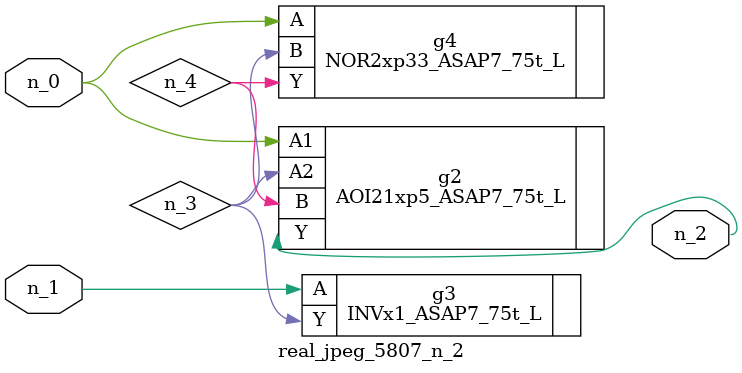
<source format=v>
module real_jpeg_5807_n_2 (n_1, n_0, n_2);

input n_1;
input n_0;

output n_2;

wire n_4;
wire n_3;

AOI21xp5_ASAP7_75t_L g2 ( 
.A1(n_0),
.A2(n_3),
.B(n_4),
.Y(n_2)
);

NOR2xp33_ASAP7_75t_L g4 ( 
.A(n_0),
.B(n_3),
.Y(n_4)
);

INVx1_ASAP7_75t_L g3 ( 
.A(n_1),
.Y(n_3)
);


endmodule
</source>
